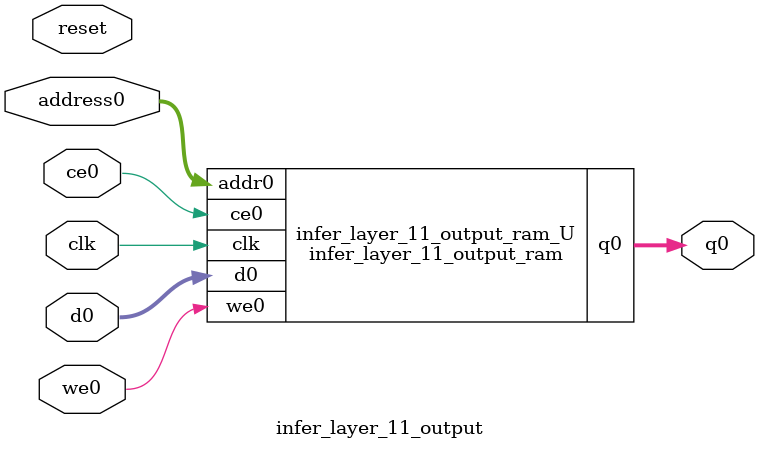
<source format=v>
`timescale 1 ns / 1 ps
module infer_layer_11_output_ram (addr0, ce0, d0, we0, q0,  clk);

parameter DWIDTH = 32;
parameter AWIDTH = 4;
parameter MEM_SIZE = 16;

input[AWIDTH-1:0] addr0;
input ce0;
input[DWIDTH-1:0] d0;
input we0;
output reg[DWIDTH-1:0] q0;
input clk;

reg [DWIDTH-1:0] ram[0:MEM_SIZE-1];




always @(posedge clk)  
begin 
    if (ce0) begin
        if (we0) 
            ram[addr0] <= d0; 
        q0 <= ram[addr0];
    end
end


endmodule

`timescale 1 ns / 1 ps
module infer_layer_11_output(
    reset,
    clk,
    address0,
    ce0,
    we0,
    d0,
    q0);

parameter DataWidth = 32'd32;
parameter AddressRange = 32'd16;
parameter AddressWidth = 32'd4;
input reset;
input clk;
input[AddressWidth - 1:0] address0;
input ce0;
input we0;
input[DataWidth - 1:0] d0;
output[DataWidth - 1:0] q0;



infer_layer_11_output_ram infer_layer_11_output_ram_U(
    .clk( clk ),
    .addr0( address0 ),
    .ce0( ce0 ),
    .we0( we0 ),
    .d0( d0 ),
    .q0( q0 ));

endmodule


</source>
